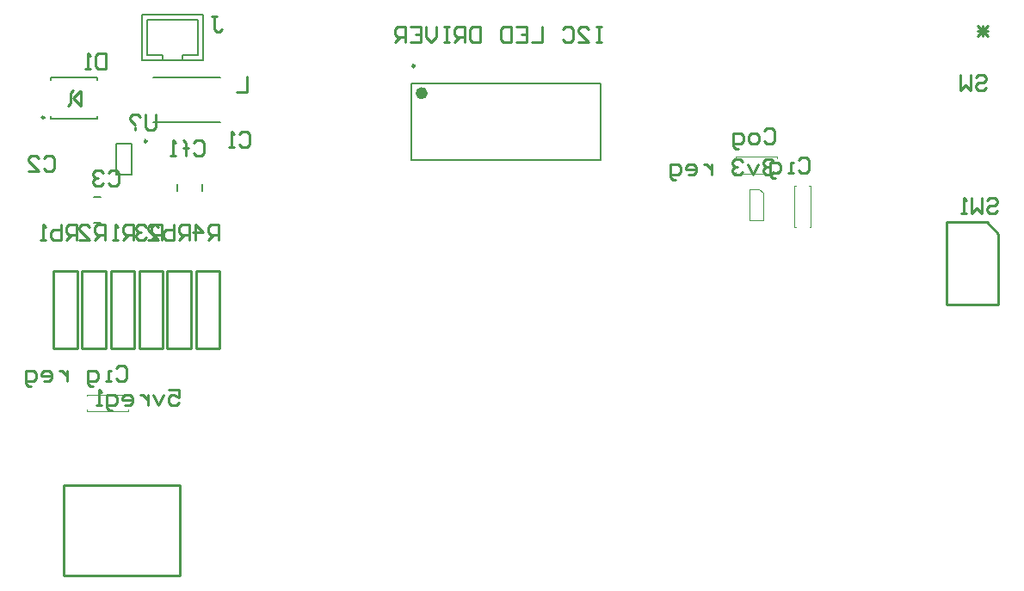
<source format=gbo>
G04 Layer_Color=13813960*
%FSLAX44Y44*%
%MOMM*%
G71*
G01*
G75*
%ADD34C,0.2540*%
%ADD35C,0.2000*%
%ADD59C,0.2500*%
%ADD60C,0.6000*%
%ADD61C,0.0762*%
%ADD62C,0.0508*%
D34*
X1213970Y1039640D02*
X1225400Y1028210D01*
X1174600Y1039640D02*
X1213970D01*
X1174600Y958360D02*
Y1039640D01*
Y958360D02*
X1225400D01*
Y1028210D01*
X435998Y915900D02*
X459430D01*
X435998D02*
Y992100D01*
X459430D01*
Y915900D02*
Y992100D01*
X379997Y915900D02*
X403430D01*
X379997D02*
Y992100D01*
X403430D01*
Y915900D02*
Y992100D01*
X323997Y915900D02*
X347430D01*
X323997D02*
Y992100D01*
X347430D01*
Y915900D02*
Y992100D01*
X351997Y915900D02*
X375430D01*
X351997D02*
Y992100D01*
X375430D01*
Y915900D02*
Y992100D01*
X295997Y915900D02*
X319430D01*
X295997D02*
Y992100D01*
X319430D01*
Y915900D02*
Y992100D01*
X407570D02*
X431002D01*
Y915900D02*
Y992100D01*
X407570Y915900D02*
X431002D01*
X407570D02*
Y992100D01*
X314730Y1162000D02*
X322350Y1154380D01*
X314730Y1162000D02*
X321715Y1168985D01*
X322350D01*
Y1154380D02*
Y1168985D01*
X312190Y1167080D02*
X314730Y1169620D01*
X312190Y1156920D02*
Y1167080D01*
X309650Y1154380D02*
X312190Y1156920D01*
X305850Y691950D02*
X420150D01*
Y780850D01*
X305850D02*
X420150D01*
X305850Y691950D02*
Y780850D01*
X1215136Y1232912D02*
X1204979Y1222755D01*
X1215136D02*
X1204979Y1232912D01*
X1215136Y1227833D02*
X1204979D01*
X1210058Y1222755D02*
Y1232912D01*
X1004000Y1099696D02*
X1001461Y1102235D01*
X996383D01*
X993843Y1099696D01*
Y1097157D01*
X996383Y1094617D01*
X998922D01*
X996383D01*
X993843Y1092078D01*
Y1089539D01*
X996383Y1087000D01*
X1001461D01*
X1004000Y1089539D01*
X988765Y1097157D02*
X983687Y1087000D01*
X978608Y1097157D01*
X973530Y1099696D02*
X970991Y1102235D01*
X965912D01*
X963373Y1099696D01*
Y1097157D01*
X965912Y1094617D01*
X968452D01*
X965912D01*
X963373Y1092078D01*
Y1089539D01*
X965912Y1087000D01*
X970991D01*
X973530Y1089539D01*
X943060Y1097157D02*
Y1087000D01*
Y1092078D01*
X940520Y1094617D01*
X937981Y1097157D01*
X935442D01*
X920207Y1087000D02*
X925285D01*
X927825Y1089539D01*
Y1094617D01*
X925285Y1097157D01*
X920207D01*
X917668Y1094617D01*
Y1092078D01*
X927825D01*
X907511Y1081922D02*
X904972D01*
X902433Y1084461D01*
Y1097157D01*
X910050D01*
X912590Y1094617D01*
Y1089539D01*
X910050Y1087000D01*
X902433D01*
X478211Y1126214D02*
X480751Y1128753D01*
X485829D01*
X488368Y1126214D01*
Y1116057D01*
X485829Y1113518D01*
X480751D01*
X478211Y1116057D01*
X473133Y1113518D02*
X468055D01*
X470594D01*
Y1128753D01*
X473133Y1126214D01*
X286289Y1102386D02*
X288829Y1104925D01*
X293907D01*
X296446Y1102386D01*
Y1092229D01*
X293907Y1089690D01*
X288829D01*
X286289Y1092229D01*
X271054Y1089690D02*
X281211D01*
X271054Y1099847D01*
Y1102386D01*
X273593Y1104925D01*
X278672D01*
X281211Y1102386D01*
X349599Y1088666D02*
X352138Y1091205D01*
X357217D01*
X359756Y1088666D01*
Y1078509D01*
X357217Y1075970D01*
X352138D01*
X349599Y1078509D01*
X344521Y1088666D02*
X341982Y1091205D01*
X336903D01*
X334364Y1088666D01*
Y1086127D01*
X336903Y1083587D01*
X339442D01*
X336903D01*
X334364Y1081048D01*
Y1078509D01*
X336903Y1075970D01*
X341982D01*
X344521Y1078509D01*
X433471Y1117644D02*
X436010Y1120183D01*
X441089D01*
X443628Y1117644D01*
Y1107487D01*
X441089Y1104948D01*
X436010D01*
X433471Y1107487D01*
X425854Y1104948D02*
Y1117644D01*
Y1112566D01*
X428393D01*
X423314D01*
X425854D01*
Y1117644D01*
X423314Y1120183D01*
X415697Y1104948D02*
X410618D01*
X413158D01*
Y1120183D01*
X415697Y1117644D01*
X357291Y895784D02*
X359831Y898323D01*
X364909D01*
X367448Y895784D01*
Y885627D01*
X364909Y883088D01*
X359831D01*
X357291Y885627D01*
X352213Y883088D02*
X347135D01*
X349674D01*
Y893245D01*
X352213D01*
X334439Y878009D02*
X331900D01*
X329360Y880549D01*
Y893245D01*
X336978D01*
X339517Y890705D01*
Y885627D01*
X336978Y883088D01*
X329360D01*
X309047Y893245D02*
Y883088D01*
Y888166D01*
X306508Y890705D01*
X303969Y893245D01*
X301429D01*
X286194Y883088D02*
X291273D01*
X293812Y885627D01*
Y890705D01*
X291273Y893245D01*
X286194D01*
X283655Y890705D01*
Y888166D01*
X293812D01*
X273498Y878009D02*
X270959D01*
X268420Y880549D01*
Y893245D01*
X276038D01*
X278577Y890705D01*
Y885627D01*
X276038Y883088D01*
X268420D01*
X1028687Y1101306D02*
X1031227Y1103845D01*
X1036305D01*
X1038844Y1101306D01*
Y1091149D01*
X1036305Y1088610D01*
X1031227D01*
X1028687Y1091149D01*
X1023609Y1088610D02*
X1018531D01*
X1021070D01*
Y1098767D01*
X1023609D01*
X1005835Y1083532D02*
X1003296D01*
X1000756Y1086071D01*
Y1098767D01*
X1008374D01*
X1010913Y1096227D01*
Y1091149D01*
X1008374Y1088610D01*
X1000756D01*
X995407Y1129932D02*
X997946Y1132471D01*
X1003025D01*
X1005564Y1129932D01*
Y1119775D01*
X1003025Y1117236D01*
X997946D01*
X995407Y1119775D01*
X987790Y1117236D02*
X982711D01*
X980172Y1119775D01*
Y1124854D01*
X982711Y1127393D01*
X987790D01*
X990329Y1124854D01*
Y1119775D01*
X987790Y1117236D01*
X970016Y1112158D02*
X967476D01*
X964937Y1114697D01*
Y1127393D01*
X972555D01*
X975094Y1124854D01*
Y1119775D01*
X972555Y1117236D01*
X964937D01*
X834610Y1231971D02*
X829532D01*
X832071D01*
Y1216736D01*
X834610D01*
X829532D01*
X811757D02*
X821914D01*
X811757Y1226893D01*
Y1229432D01*
X814297Y1231971D01*
X819375D01*
X821914Y1229432D01*
X796522D02*
X799062Y1231971D01*
X804140D01*
X806679Y1229432D01*
Y1219275D01*
X804140Y1216736D01*
X799062D01*
X796522Y1219275D01*
X776209Y1231971D02*
Y1216736D01*
X766052D01*
X750817Y1231971D02*
X760974D01*
Y1216736D01*
X750817D01*
X760974Y1224353D02*
X755895D01*
X745739Y1231971D02*
Y1216736D01*
X738121D01*
X735582Y1219275D01*
Y1229432D01*
X738121Y1231971D01*
X745739D01*
X715269D02*
Y1216736D01*
X707651D01*
X705112Y1219275D01*
Y1229432D01*
X707651Y1231971D01*
X715269D01*
X700033Y1216736D02*
Y1231971D01*
X692416D01*
X689877Y1229432D01*
Y1224353D01*
X692416Y1221814D01*
X700033D01*
X694955D02*
X689877Y1216736D01*
X684799Y1231971D02*
X679720D01*
X682259D01*
Y1216736D01*
X684799D01*
X679720D01*
X672103Y1231971D02*
Y1221814D01*
X667024Y1216736D01*
X661946Y1221814D01*
Y1231971D01*
X646711D02*
X656868D01*
Y1216736D01*
X646711D01*
X656868Y1224353D02*
X651789D01*
X641632Y1216736D02*
Y1231971D01*
X634015D01*
X631476Y1229432D01*
Y1224353D01*
X634015Y1221814D01*
X641632D01*
X636554D02*
X631476Y1216736D01*
X451657Y1242563D02*
X456736D01*
X454197D01*
Y1229867D01*
X456736Y1227328D01*
X459275D01*
X461814Y1229867D01*
X486490Y1182835D02*
Y1167600D01*
X476333D01*
X318262Y1021842D02*
Y1037077D01*
X310644D01*
X308105Y1034538D01*
Y1029460D01*
X310644Y1026920D01*
X318262D01*
X313184D02*
X308105Y1021842D01*
X303027Y1037077D02*
Y1021842D01*
X295409D01*
X292870Y1024381D01*
Y1026920D01*
Y1029460D01*
X295409Y1031999D01*
X303027D01*
X287792Y1021842D02*
X282714D01*
X285253D01*
Y1037077D01*
X287792Y1034538D01*
X374166Y1021940D02*
Y1037175D01*
X366549D01*
X364009Y1034636D01*
Y1029558D01*
X366549Y1027018D01*
X374166D01*
X369088D02*
X364009Y1021940D01*
X358931D02*
X353853D01*
X356392D01*
Y1037175D01*
X358931Y1034636D01*
X429768Y1021842D02*
Y1037077D01*
X422150D01*
X419611Y1034538D01*
Y1029460D01*
X422150Y1026920D01*
X429768D01*
X424690D02*
X419611Y1021842D01*
X414533Y1037077D02*
Y1021842D01*
X406915D01*
X404376Y1024381D01*
Y1026920D01*
Y1029460D01*
X406915Y1031999D01*
X414533D01*
X389141Y1021842D02*
X399298D01*
X389141Y1031999D01*
Y1034538D01*
X391680Y1037077D01*
X396759D01*
X399298Y1034538D01*
X346262Y1021874D02*
Y1037109D01*
X338644D01*
X336105Y1034570D01*
Y1029492D01*
X338644Y1026952D01*
X346262D01*
X341184D02*
X336105Y1021874D01*
X320870D02*
X331027D01*
X320870Y1032031D01*
Y1034570D01*
X323409Y1037109D01*
X328488D01*
X331027Y1034570D01*
X402070Y1021878D02*
Y1037113D01*
X394453D01*
X391913Y1034574D01*
Y1029496D01*
X394453Y1026956D01*
X402070D01*
X396992D02*
X391913Y1021878D01*
X386835Y1034574D02*
X384296Y1037113D01*
X379217D01*
X376678Y1034574D01*
Y1032035D01*
X379217Y1029496D01*
X381757D01*
X379217D01*
X376678Y1026956D01*
Y1024417D01*
X379217Y1021878D01*
X384296D01*
X386835Y1024417D01*
X458040Y1021986D02*
Y1037221D01*
X450422D01*
X447883Y1034682D01*
Y1029604D01*
X450422Y1027064D01*
X458040D01*
X452961D02*
X447883Y1021986D01*
X435187D02*
Y1037221D01*
X442804Y1029604D01*
X432648D01*
X1213869Y1061208D02*
X1216408Y1063747D01*
X1221487D01*
X1224026Y1061208D01*
Y1058669D01*
X1221487Y1056130D01*
X1216408D01*
X1213869Y1053590D01*
Y1051051D01*
X1216408Y1048512D01*
X1221487D01*
X1224026Y1051051D01*
X1208791Y1063747D02*
Y1048512D01*
X1203713Y1053590D01*
X1198634Y1048512D01*
Y1063747D01*
X1193556Y1048512D02*
X1188477D01*
X1191017D01*
Y1063747D01*
X1193556Y1061208D01*
X1203201Y1182366D02*
X1205741Y1184905D01*
X1210819D01*
X1213358Y1182366D01*
Y1179827D01*
X1210819Y1177288D01*
X1205741D01*
X1203201Y1174748D01*
Y1172209D01*
X1205741Y1169670D01*
X1210819D01*
X1213358Y1172209D01*
X1198123Y1184905D02*
Y1169670D01*
X1193045Y1174748D01*
X1187966Y1169670D01*
Y1184905D01*
X396056Y1145893D02*
Y1133197D01*
X393517Y1130658D01*
X388438D01*
X385899Y1133197D01*
Y1145893D01*
X380821Y1143354D02*
X378282Y1145893D01*
X373203D01*
X370664Y1143354D01*
Y1140815D01*
X375743Y1135736D01*
Y1133197D02*
Y1130658D01*
X347556Y1206133D02*
Y1190898D01*
X339939D01*
X337399Y1193437D01*
Y1203594D01*
X339939Y1206133D01*
X347556D01*
X332321Y1190898D02*
X327243D01*
X329782D01*
Y1206133D01*
X332321Y1203594D01*
X408737Y874679D02*
X418894D01*
Y867061D01*
X413816Y869601D01*
X411277D01*
X408737Y867061D01*
Y861983D01*
X411277Y859444D01*
X416355D01*
X418894Y861983D01*
X403659Y869601D02*
X398581Y859444D01*
X393502Y869601D01*
X388424D02*
Y859444D01*
Y864522D01*
X385885Y867061D01*
X383345Y869601D01*
X380806D01*
X365571Y859444D02*
X370650D01*
X373189Y861983D01*
Y867061D01*
X370650Y869601D01*
X365571D01*
X363032Y867061D01*
Y864522D01*
X373189D01*
X352875Y854366D02*
X350336D01*
X347797Y856905D01*
Y869601D01*
X355415D01*
X357954Y867061D01*
Y861983D01*
X355415Y859444D01*
X347797D01*
X342719D02*
X337640D01*
X340179D01*
Y874679D01*
X342719Y872140D01*
D35*
X648000Y1176750D02*
X834000D01*
X648000Y1101250D02*
X834000D01*
X648000D02*
Y1176750D01*
X834000Y1101250D02*
Y1176750D01*
X394000Y1182000D02*
X460000D01*
X394000Y1138000D02*
X460000D01*
X438000Y1204000D02*
Y1239000D01*
X388000D02*
X438000D01*
X388000Y1204000D02*
Y1239000D01*
Y1204000D02*
X403000D01*
Y1199000D02*
Y1204000D01*
X422840Y1199000D02*
Y1204000D01*
X438000D01*
X383000Y1199000D02*
Y1244000D01*
X443000D01*
Y1199000D02*
Y1244000D01*
X383000Y1199000D02*
X443000D01*
X335500Y1039500D02*
X342500D01*
X335500Y1064500D02*
X342500D01*
X442500Y1070499D02*
Y1077500D01*
X417500Y1070499D02*
Y1077500D01*
X357500Y1086500D02*
X372500D01*
X357500Y1117500D02*
X372500D01*
X357500Y1086500D02*
Y1117500D01*
X372500Y1086500D02*
Y1117500D01*
X293000Y1142000D02*
X339000D01*
X293000Y1182000D02*
X339000D01*
X293000Y1142000D02*
Y1144285D01*
X339000Y1142000D02*
Y1144285D01*
X293000Y1179715D02*
Y1182000D01*
X339000Y1179715D02*
Y1182000D01*
D59*
X651200Y1193500D02*
G03*
X651200Y1193500I-1250J0D01*
G01*
X387750Y1119500D02*
G03*
X387750Y1119500I-1250J0D01*
G01*
X286855Y1142785D02*
G03*
X286855Y1142785I-1250J0D01*
G01*
D60*
X661000Y1166750D02*
G03*
X661000Y1166750I-3000J0D01*
G01*
D61*
X1007620Y1102604D02*
Y1104128D01*
X966980Y1102604D02*
Y1104128D01*
Y1087872D02*
Y1089396D01*
X1007620Y1087872D02*
Y1089650D01*
X966980Y1087872D02*
X1007620D01*
X966980Y1104128D02*
X1007620D01*
X1024872Y1075620D02*
X1026396D01*
X1024872Y1034980D02*
X1026396D01*
X1039604D02*
X1041128D01*
X1039350Y1075620D02*
X1041128D01*
Y1034980D02*
Y1075620D01*
X1024872Y1034980D02*
Y1075620D01*
X369620Y868604D02*
Y870128D01*
X328980Y868604D02*
Y870128D01*
Y853872D02*
Y855396D01*
X369620Y853872D02*
Y855650D01*
X328980Y853872D02*
X369620D01*
X328980Y870128D02*
X369620D01*
D62*
X980250Y1072400D02*
X989990D01*
X993800Y1068590D01*
Y1042000D02*
Y1068590D01*
X980250Y1042000D02*
X993800D01*
X980250D02*
Y1072400D01*
M02*

</source>
